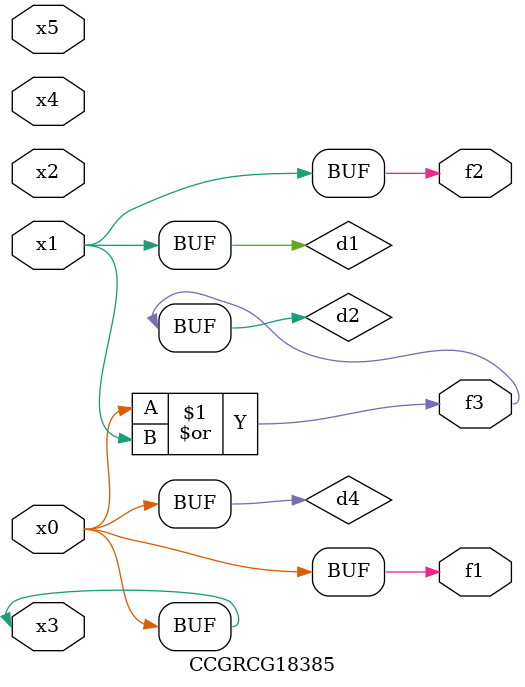
<source format=v>
module CCGRCG18385(
	input x0, x1, x2, x3, x4, x5,
	output f1, f2, f3
);

	wire d1, d2, d3, d4;

	and (d1, x1);
	or (d2, x0, x1);
	nand (d3, x0, x5);
	buf (d4, x0, x3);
	assign f1 = d4;
	assign f2 = d1;
	assign f3 = d2;
endmodule

</source>
